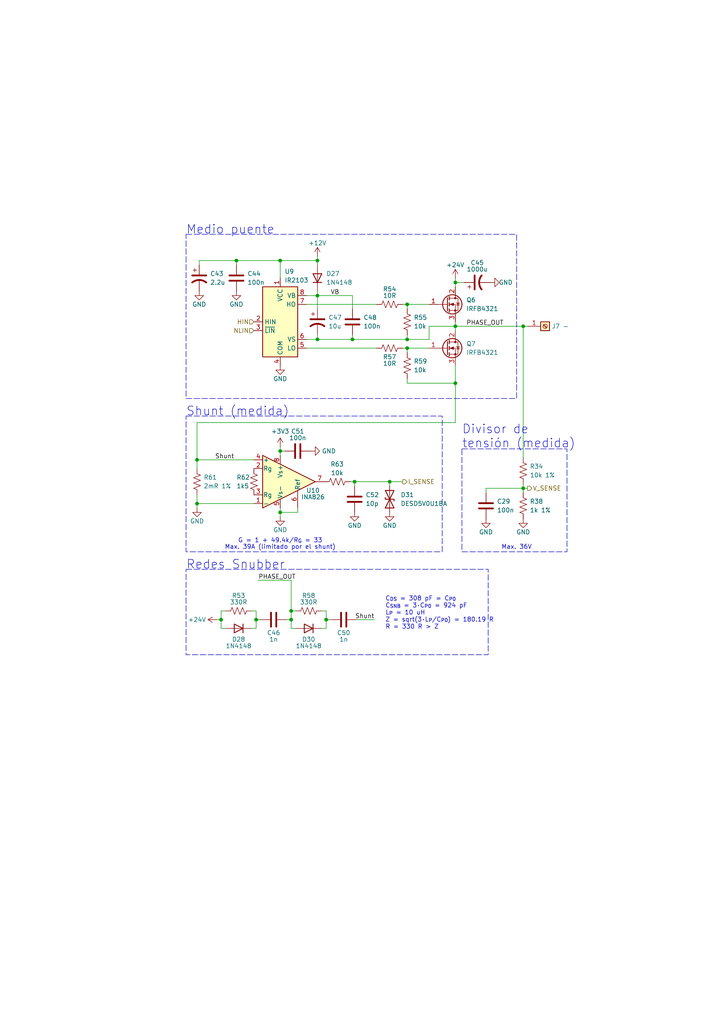
<source format=kicad_sch>
(kicad_sch (version 20250114) (generator "eeschema") (generator_version "9.0")
  (paper "A4" portrait)
  (title_block (title "Medio Puente") (date "2025-05-18") (rev "v1.0") (company "Adrián Teixeira de Uña") (comment 1 "https://github.com/AdriTeixeHax"))
  (lib_symbols
    (symbol "Amplifier_Instrumentation:INA849D" (pin_names (offset 0.127))
      (property "Reference" "U12" (at 9.525 -2.54 0))
      (property "Value" "INA826" (at 9.525 -4.445 0))
      (symbol "INA849D_0_1"
        (polyline (pts (xy -5.08 7.62) (xy -5.08 -7.62) (xy 10.16 0) (xy -5.08 7.62)) (stroke (width 0.254)) (fill (type background)))
      )
      (symbol "INA849D_1_1"
        (pin input line (at -7.62 6.35 0) (length 2.54) (name "+") (number "4"))
        (pin passive line (at -7.62 3.81 0) (length 2.54) (name "Rg") (number "2"))
        (pin passive line (at -7.62 -3.81 0) (length 2.54) (name "Rg") (number "3"))
        (pin input line (at -7.62 -6.35 0) (length 2.54) (name "-") (number "1"))
        (pin power_in line (at 0 7.62 270) (length 2.54) (name "Vs+") (number "8"))
        (pin power_in line (at 0 -7.62 90) (length 2.54) (name "Vs-") (number "5"))
        (pin passive line (at 5.08 -7.62 90) (length 5.08) (name "Ref") (number "6"))
        (pin output line (at 12.7 0 180) (length 2.54) (name "~") (number "7"))
      )
    )
    (symbol "Connector:Screw_Terminal_01x01" (pin_names (offset 1.016) (hide yes))
      (property "Reference" "J" (at 0 2.54 0))
      (property "Value" "Screw_Terminal_01x01" (at 0 -2.54 0))
      (symbol "Screw_Terminal_01x01_1_1"
        (rectangle (start -1.27 1.27) (end 1.27 -1.27) (stroke (width 0.254)) (fill (type background)))
        (polyline (pts (xy -0.5334 0.3302) (xy 0.3302 -0.508)) (stroke (width 0.1524)))
        (polyline (pts (xy -0.3556 0.508) (xy 0.508 -0.3302)) (stroke (width 0.1524)))
        (circle (center 0 0) (radius 0.635) (stroke (width 0.1524)))
        (pin passive line (at -5.08 0 0) (length 3.81) (name "Pin_1") (number "1"))
      )
    )
    (symbol "Device:C" (pin_numbers (hide yes)) (pin_names (offset 0.254))
      (property "Reference" "C" (at 0.635 2.54 0))
      (property "Value" "C" (at 0.635 -2.54 0))
      (symbol "C_0_1"
        (polyline (pts (xy -2.032 0.762) (xy 2.032 0.762)) (stroke (width 0.508)))
        (polyline (pts (xy -2.032 -0.762) (xy 2.032 -0.762)) (stroke (width 0.508)))
      )
      (symbol "C_1_1"
        (pin passive line (at 0 3.81 270) (length 2.794) (name "~") (number "1"))
        (pin passive line (at 0 -3.81 90) (length 2.794) (name "~") (number "2"))
      )
    )
    (symbol "Device:C_Polarized_US" (pin_numbers (hide yes)) (pin_names (offset 0.254) (hide yes))
      (property "Reference" "C" (at 0.635 2.54 0))
      (property "Value" "C_Polarized_US" (at 0.635 -2.54 0))
      (symbol "C_Polarized_US_0_1"
        (polyline (pts (xy -2.032 0.762) (xy 2.032 0.762)) (stroke (width 0.508)))
        (polyline (pts (xy -1.778 2.286) (xy -0.762 2.286)))
        (polyline (pts (xy -1.27 1.778) (xy -1.27 2.794)))
        (arc (start -2.032 -1.27) (mid 0 -0.5572) (end 2.032 -1.27) (stroke (width 0.508)))
      )
      (symbol "C_Polarized_US_1_1"
        (pin passive line (at 0 3.81 270) (length 2.794) (name "~") (number "1"))
        (pin passive line (at 0 -3.81 90) (length 3.302) (name "~") (number "2"))
      )
    )
    (symbol "Device:D" (pin_numbers (hide yes)) (pin_names (offset 1.016) (hide yes))
      (property "Reference" "D" (at 0 2.54 0))
      (property "Value" "D" (at 0 -2.54 0))
      (symbol "D_0_1"
        (polyline (pts (xy -1.27 1.27) (xy -1.27 -1.27)) (stroke (width 0.254)))
        (polyline (pts (xy 1.27 1.27) (xy 1.27 -1.27) (xy -1.27 0) (xy 1.27 1.27)) (stroke (width 0.254)))
        (polyline (pts (xy 1.27 0) (xy -1.27 0)))
      )
      (symbol "D_1_1"
        (pin passive line (at -3.81 0 0) (length 2.54) (name "K") (number "1"))
        (pin passive line (at 3.81 0 180) (length 2.54) (name "A") (number "2"))
      )
    )
    (symbol "Device:D_TVS" (pin_numbers (hide yes)) (pin_names (offset 1.016) (hide yes))
      (property "Reference" "D" (at 0 2.54 0))
      (property "Value" "D_TVS" (at 0 -2.54 0))
      (symbol "D_TVS_0_1"
        (polyline (pts (xy -2.54 1.27) (xy -2.54 -1.27) (xy 2.54 1.27) (xy 2.54 -1.27) (xy -2.54 1.27)) (stroke (width 0.254)))
        (polyline (pts (xy 0.508 1.27) (xy 0 1.27) (xy 0 -1.27) (xy -0.508 -1.27)) (stroke (width 0.254)))
        (polyline (pts (xy 1.27 0) (xy -1.27 0)))
      )
      (symbol "D_TVS_1_1"
        (pin passive line (at -3.81 0 0) (length 2.54) (name "A1") (number "1"))
        (pin passive line (at 3.81 0 180) (length 2.54) (name "A2") (number "2"))
      )
    )
    (symbol "Device:Q_NMOS_GDS" (pin_names (offset 0) (hide yes))
      (property "Reference" "Q" (at 5.08 1.27 0))
      (property "Value" "Q_NMOS_GDS" (at 5.08 -1.27 0))
      (symbol "Q_NMOS_GDS_0_1"
        (polyline (pts (xy 0.254 1.905) (xy 0.254 -1.905)) (stroke (width 0.254)))
        (polyline (pts (xy 0.254 0) (xy -2.54 0)))
        (polyline (pts (xy 0.762 2.286) (xy 0.762 1.27)) (stroke (width 0.254)))
        (polyline (pts (xy 0.762 0.508) (xy 0.762 -0.508)) (stroke (width 0.254)))
        (polyline (pts (xy 0.762 -1.27) (xy 0.762 -2.286)) (stroke (width 0.254)))
        (polyline (pts (xy 0.762 -1.778) (xy 3.302 -1.778) (xy 3.302 1.778) (xy 0.762 1.778)))
        (polyline (pts (xy 1.016 0) (xy 2.032 0.381) (xy 2.032 -0.381) (xy 1.016 0)) (fill (type outline)))
        (circle (center 1.651 0) (radius 2.794) (stroke (width 0.254)))
        (polyline (pts (xy 2.54 2.54) (xy 2.54 1.778)))
        (circle (center 2.54 1.778) (radius 0.254) (fill (type outline)))
        (circle (center 2.54 -1.778) (radius 0.254) (fill (type outline)))
        (polyline (pts (xy 2.54 -2.54) (xy 2.54 0) (xy 0.762 0)))
        (polyline (pts (xy 2.794 0.508) (xy 2.921 0.381) (xy 3.683 0.381) (xy 3.81 0.254)))
        (polyline (pts (xy 3.302 0.381) (xy 2.921 -0.254) (xy 3.683 -0.254) (xy 3.302 0.381)))
      )
      (symbol "Q_NMOS_GDS_1_1"
        (pin input line (at -5.08 0 0) (length 2.54) (name "G") (number "1"))
        (pin passive line (at 2.54 5.08 270) (length 2.54) (name "D") (number "2"))
        (pin passive line (at 2.54 -5.08 90) (length 2.54) (name "S") (number "3"))
      )
    )
    (symbol "Device:R_US" (pin_numbers (hide yes)) (pin_names (offset 0))
      (property "Reference" "R" (at 2.54 0 90))
      (property "Value" "R_US" (at -2.54 0 90))
      (symbol "R_US_0_1"
        (polyline (pts (xy 0 2.286) (xy 0 2.54)))
        (polyline (pts (xy 0 2.286) (xy 1.016 1.905) (xy 0 1.524) (xy -1.016 1.143) (xy 0 0.762)))
        (polyline (pts (xy 0 0.762) (xy 1.016 0.381) (xy 0 0) (xy -1.016 -0.381) (xy 0 -0.762)))
        (polyline (pts (xy 0 -0.762) (xy 1.016 -1.143) (xy 0 -1.524) (xy -1.016 -1.905) (xy 0 -2.286)))
        (polyline (pts (xy 0 -2.286) (xy 0 -2.54)))
      )
      (symbol "R_US_1_1"
        (pin passive line (at 0 3.81 270) (length 1.27) (name "~") (number "1"))
        (pin passive line (at 0 -3.81 90) (length 1.27) (name "~") (number "2"))
      )
    )
    (symbol "Driver_FET:IR2103"
      (property "Reference" "U" (at 1.27 13.335 0))
      (property "Value" "IR2103" (at 1.27 11.43 0))
      (symbol "IR2103_0_1"
        (rectangle (start -5.08 -10.16) (end 5.08 10.16) (stroke (width 0.254)) (fill (type background)))
      )
      (symbol "IR2103_1_1"
        (pin input line (at -7.62 0 0) (length 2.54) (name "HIN") (number "2"))
        (pin input line (at -7.62 -2.54 0) (length 2.54) (name "~{LIN}") (number "3"))
        (pin power_in line (at 0 12.7 270) (length 2.54) (name "VCC") (number "1"))
        (pin power_in line (at 0 -12.7 90) (length 2.54) (name "COM") (number "4"))
        (pin passive line (at 7.62 7.62 180) (length 2.54) (name "VB") (number "8"))
        (pin output line (at 7.62 5.08 180) (length 2.54) (name "HO") (number "7"))
        (pin passive line (at 7.62 -5.08 180) (length 2.54) (name "VS") (number "6"))
        (pin output line (at 7.62 -7.62 180) (length 2.54) (name "LO") (number "5"))
      )
    )
    (symbol "power:+12V" (power) (pin_numbers (hide yes)) (pin_names (offset 0) (hide yes))
      (property "Value" "+12V" (at 0 3.556 0))
      (symbol "+12V_0_1"
        (polyline (pts (xy -0.762 1.27) (xy 0 2.54)))
        (polyline (pts (xy 0 2.54) (xy 0.762 1.27)))
        (polyline (pts (xy 0 0) (xy 0 2.54)))
      )
      (symbol "+12V_1_1"
        (pin power_in line (at 0 0 90) (length 0) (name "~") (number "1"))
      )
    )
    (symbol "power:+24V" (power) (pin_numbers (hide yes)) (pin_names (offset 0) (hide yes))
      (property "Value" "+24V" (at 0 3.556 0))
      (symbol "+24V_0_1"
        (polyline (pts (xy -0.762 1.27) (xy 0 2.54)))
        (polyline (pts (xy 0 2.54) (xy 0.762 1.27)))
        (polyline (pts (xy 0 0) (xy 0 2.54)))
      )
      (symbol "+24V_1_1"
        (pin power_in line (at 0 0 90) (length 0) (name "~") (number "1"))
      )
    )
    (symbol "power:+3V3" (power) (pin_numbers (hide yes)) (pin_names (offset 0) (hide yes))
      (property "Value" "+3V3" (at 0 3.556 0))
      (symbol "+3V3_0_1"
        (polyline (pts (xy -0.762 1.27) (xy 0 2.54)))
        (polyline (pts (xy 0 2.54) (xy 0.762 1.27)))
        (polyline (pts (xy 0 0) (xy 0 2.54)))
      )
      (symbol "+3V3_1_1"
        (pin power_in line (at 0 0 90) (length 0) (name "~") (number "1"))
      )
    )
    (symbol "power:GND" (power) (pin_names (offset 0))
      (property "Value" "GND" (at 0 -3.81 0))
      (symbol "GND_0_1"
        (polyline (pts (xy 0 0) (xy 0 -1.27) (xy 1.27 -1.27) (xy 0 -2.54) (xy -1.27 -1.27) (xy 0 -1.27)))
      )
      (symbol "GND_1_1"
        (pin power_in line (at 0 0 270) (length 0) (hide yes) (name "GND") (number "1"))
      )
    )
  )
  (rectangle (start 53.975 120.65) (end 128.27 160.02) (stroke (width 0) (type dash)))
  (rectangle (start 53.975 67.945) (end 149.86 115.57) (stroke (width 0) (type dash)))
  (rectangle (start 53.975 165.1) (end 141.605 189.865) (stroke (width 0) (type dash)))
  (rectangle (start 133.985 130.175) (end 164.465 160.02) (stroke (width 0) (type dash)))
  (text "Max. 39A (limitado por el shunt)" (at 81.28 158.75 0) (effects (font (size 1.27 1.27))))
  (text "Medio puente" (at 53.975 66.675 0) (effects (font (size 2.54 2.54)) (justify left)))
  (text "C_{DS} = 308 pF = C_{P0}\nC_{SNB} = 3·C_{P0} = 924 pF\nL_{P} = 10 uH\nZ = sqrt(3·L_{P}/C_{P0}) = 180.19 R\nR = 330 R > Z" (at 111.76 177.8 0) (effects (font (size 1.27 1.27)) (justify left)))
  (text "Divisor de\ntensión (medida)" (at 133.985 130.175 0) (effects (font (size 2.54 2.54)) (justify left bottom)))
  (text "Max. 36V" (at 149.86 158.75 0) (effects (font (size 1.27 1.27))))
  (text "Redes Snubber" (at 53.975 163.83 0) (effects (font (size 2.54 2.54)) (justify left)))
  (text "Shunt (medida)" (at 53.975 119.38 0) (effects (font (size 2.54 2.54)) (justify left)))
  (text "G = 1 + 49.4k/R_{G} = 33" (at 81.28 156.845 0) (effects (font (size 1.27 1.27))))
  (junction (at 151.765 141.605))
  (junction (at 57.15 146.05))
  (junction (at 84.455 177.165))
  (junction (at 74.295 179.705))
  (junction (at 132.08 94.615))
  (junction (at 151.765 94.615))
  (junction (at 102.235 98.425))
  (junction (at 102.87 139.7))
  (junction (at 68.58 75.565))
  (junction (at 118.11 88.265))
  (junction (at 113.03 139.7))
  (junction (at 118.11 98.425))
  (junction (at 92.075 98.425))
  (junction (at 132.08 111.125))
  (junction (at 64.135 179.705))
  (junction (at 94.615 179.705))
  (junction (at 81.28 75.565))
  (junction (at 84.455 179.705))
  (junction (at 92.075 75.565))
  (junction (at 92.075 85.725))
  (junction (at 132.08 81.915))
  (junction (at 57.15 133.35))
  (junction (at 81.28 148.59))
  (junction (at 81.28 130.81))
  (junction (at 118.11 100.965))
  (wire (pts (xy 132.08 122.555) (xy 132.08 111.125)))
  (wire (pts (xy 151.765 141.605) (xy 153.035 141.605)))
  (wire (pts (xy 151.765 141.605) (xy 140.97 141.605)))
  (wire (pts (xy 118.11 100.965) (xy 118.11 102.235)))
  (wire (pts (xy 81.28 129.54) (xy 81.28 130.81)))
  (wire (pts (xy 118.11 88.265) (xy 118.11 89.535)))
  (wire (pts (xy 94.615 179.705) (xy 95.885 179.705)))
  (wire (pts (xy 62.865 179.705) (xy 64.135 179.705)))
  (wire (pts (xy 132.08 80.645) (xy 132.08 81.915)))
  (wire (pts (xy 102.235 98.425) (xy 118.11 98.425)))
  (wire (pts (xy 74.295 179.705) (xy 75.565 179.705)))
  (wire (pts (xy 64.135 182.245) (xy 65.405 182.245)))
  (wire (pts (xy 81.28 148.59) (xy 81.28 149.86)))
  (wire (pts (xy 118.11 109.855) (xy 118.11 111.125)))
  (wire (pts (xy 118.11 97.155) (xy 118.11 98.425)))
  (wire (pts (xy 94.615 177.165) (xy 94.615 179.705)))
  (wire (pts (xy 94.615 177.165) (xy 93.345 177.165)))
  (wire (pts (xy 94.615 179.705) (xy 94.615 182.245)))
  (wire (pts (xy 132.08 94.615) (xy 124.46 94.615)))
  (wire (pts (xy 88.9 100.965) (xy 109.22 100.965)))
  (wire (pts (xy 81.28 75.565) (xy 68.58 75.565)))
  (wire (pts (xy 118.11 88.265) (xy 124.46 88.265)))
  (wire (pts (xy 86.36 148.59) (xy 81.28 148.59)))
  (wire (pts (xy 92.075 89.535) (xy 92.075 85.725)))
  (wire (pts (xy 102.235 97.155) (xy 102.235 98.425)))
  (wire (pts (xy 88.9 85.725) (xy 92.075 85.725)))
  (wire (pts (xy 92.075 98.425) (xy 92.075 97.155)))
  (wire (pts (xy 151.765 140.335) (xy 151.765 141.605)))
  (wire (pts (xy 102.87 139.7) (xy 102.87 140.97)))
  (wire (pts (xy 88.9 98.425) (xy 92.075 98.425)))
  (wire (pts (xy 64.135 177.165) (xy 64.135 179.705)))
  (wire (pts (xy 57.15 133.35) (xy 57.15 122.555)))
  (wire (pts (xy 74.295 177.165) (xy 74.295 179.705)))
  (wire (pts (xy 65.405 177.165) (xy 64.135 177.165)))
  (wire (pts (xy 81.28 75.565) (xy 81.28 80.645)))
  (wire (pts (xy 92.075 75.565) (xy 81.28 75.565)))
  (wire (pts (xy 84.455 168.275) (xy 84.455 177.165)))
  (wire (pts (xy 92.075 74.295) (xy 92.075 75.565)))
  (wire (pts (xy 84.455 177.165) (xy 84.455 179.705)))
  (wire (pts (xy 124.46 94.615) (xy 124.46 98.425)))
  (wire (pts (xy 84.455 179.705) (xy 84.455 182.245)))
  (wire (pts (xy 151.765 141.605) (xy 151.765 142.875)))
  (wire (pts (xy 92.075 98.425) (xy 102.235 98.425)))
  (wire (pts (xy 102.87 139.7) (xy 113.03 139.7)))
  (wire (pts (xy 113.03 139.7) (xy 116.84 139.7)))
  (wire (pts (xy 86.36 147.32) (xy 86.36 148.59)))
  (wire (pts (xy 68.58 75.565) (xy 68.58 76.835)))
  (wire (pts (xy 82.55 130.81) (xy 81.28 130.81)))
  (wire (pts (xy 118.11 98.425) (xy 124.46 98.425)))
  (wire (pts (xy 151.765 94.615) (xy 153.035 94.615)))
  (wire (pts (xy 73.025 177.165) (xy 74.295 177.165)))
  (wire (pts (xy 132.08 81.915) (xy 132.08 83.185)))
  (wire (pts (xy 132.08 94.615) (xy 151.765 94.615)))
  (wire (pts (xy 92.075 85.725) (xy 102.235 85.725)))
  (wire (pts (xy 57.785 76.835) (xy 57.785 75.565)))
  (wire (pts (xy 140.97 141.605) (xy 140.97 142.875)))
  (wire (pts (xy 118.11 111.125) (xy 132.08 111.125)))
  (wire (pts (xy 84.455 177.165) (xy 85.725 177.165)))
  (wire (pts (xy 74.295 179.705) (xy 74.295 182.245)))
  (wire (pts (xy 57.15 147.32) (xy 57.15 146.05)))
  (wire (pts (xy 57.15 133.35) (xy 57.15 135.89)))
  (wire (pts (xy 102.235 89.535) (xy 102.235 85.725)))
  (wire (pts (xy 118.11 100.965) (xy 124.46 100.965)))
  (wire (pts (xy 116.84 100.965) (xy 118.11 100.965)))
  (wire (pts (xy 93.345 182.245) (xy 94.615 182.245)))
  (wire (pts (xy 132.08 81.915) (xy 134.62 81.915)))
  (wire (pts (xy 83.185 179.705) (xy 84.455 179.705)))
  (wire (pts (xy 81.28 130.81) (xy 81.28 132.08)))
  (wire (pts (xy 57.15 146.05) (xy 73.66 146.05)))
  (wire (pts (xy 73.025 182.245) (xy 74.295 182.245)))
  (wire (pts (xy 88.9 88.265) (xy 109.22 88.265)))
  (wire (pts (xy 57.15 122.555) (xy 132.08 122.555)))
  (wire (pts (xy 64.135 179.705) (xy 64.135 182.245)))
  (wire (pts (xy 92.075 76.835) (xy 92.075 75.565)))
  (wire (pts (xy 113.03 139.7) (xy 113.03 140.97)))
  (wire (pts (xy 57.785 75.565) (xy 68.58 75.565)))
  (wire (pts (xy 84.455 168.275) (xy 74.93 168.275)))
  (wire (pts (xy 132.08 94.615) (xy 132.08 95.885)))
  (wire (pts (xy 84.455 182.245) (xy 85.725 182.245)))
  (wire (pts (xy 132.08 111.125) (xy 132.08 106.045)))
  (wire (pts (xy 132.08 93.345) (xy 132.08 94.615)))
  (wire (pts (xy 92.075 84.455) (xy 92.075 85.725)))
  (wire (pts (xy 116.84 88.265) (xy 118.11 88.265)))
  (wire (pts (xy 101.6 139.7) (xy 102.87 139.7)))
  (wire (pts (xy 57.15 133.35) (xy 73.66 133.35)))
  (wire (pts (xy 81.28 147.32) (xy 81.28 148.59)))
  (wire (pts (xy 103.505 179.705) (xy 108.585 179.705)))
  (wire (pts (xy 57.15 143.51) (xy 57.15 146.05)))
  (wire (pts (xy 151.765 94.615) (xy 151.765 132.715)))
  (label "PHASE_OUT" (at 74.93 168.275 0))
  (label "Shunt" (at 67.945 133.35 180))
  (label "VB" (at 95.885 85.725 0))
  (label "PHASE_OUT" (at 135.255 94.615 0))
  (label "Shunt" (at 108.585 179.705 180))
  (hierarchical_label "V_SENSE" (shape output) (at 153.035 141.605 0))
  (hierarchical_label "I_SENSE" (shape output) (at 116.84 139.7 0))
  (hierarchical_label "NLIN" (shape input) (at 73.66 95.885 180))
  (hierarchical_label "HIN" (shape input) (at 73.66 93.345 180))
  (symbol (lib_id "power:GND") (at 68.58 84.455 0) (unit 1)
    (property "Reference" "#PWR093" (effects (hide yes)))
    (property "Value" "GND" (at 68.58 88.265 0))
    (instances (project "ESC-TFG-KiCad" (path "" (reference "#PWR0125") (unit 1)) (path "" (reference "#PWR093") (unit 1)) (path "" (reference "#PWR0109") (unit 1))))
  )
  (symbol (lib_id "power:GND") (at 140.97 150.495 0) (mirror y) (unit 1)
    (property "Reference" "#PWR097" (effects (hide yes)))
    (property "Value" "GND" (at 140.97 154.305 0))
  )
  (symbol (lib_id "Device:C_Polarized_US") (at 57.785 80.645 0) (unit 1)
    (property "Reference" "C23" (at 60.96 79.375 0) (effects (justify left)))
    (property "Value" "2.2u" (at 60.96 81.915 0) (effects (justify left)))
    (property "Footprint" "Capacitor_SMD:CP_Elec_4x5.4" (effects (hide yes)))
    (property "Datasheet" "https://www.lcsc.com/datasheet/lcsc_datasheet_2410121458_ROQANG-RVT1H2R2M0405_C72493.pdf" (effects (hide yes)))
    (property "Sim.Device" "C" (effects (hide yes)))
    (property "Sim.Pins" "1=+ 2=-" (effects (hide yes)))
    (property "LCSC part" " C72493" (effects (hide yes)))
    (instances (project "ESC-TFG-KiCad" (path "" (reference "C43") (unit 1)) (path "" (reference "C23") (unit 1)) (path "" (reference "C33") (unit 1))))
  )
  (symbol (lib_id "Device:R_US") (at 113.03 100.965 270) (unit 1)
    (property "Reference" "R35" (at 113.03 103.505 90))
    (property "Value" "10R" (at 113.03 105.41 90))
    (property "Footprint" "Resistor_SMD:R_0805_2012Metric" (effects (hide yes)))
    (property "Datasheet" "https://www.lcsc.com/datasheet/lcsc_datasheet_2206021200_VO-SCR0805F10R_C3016584.pdf" (effects (hide yes)))
    (property "LCSC part" "C3016584" (effects (hide yes)))
    (instances (project "ESC-TFG-KiCad" (path "" (reference "R57") (unit 1)) (path "" (reference "R35") (unit 1)) (path "" (reference "R46") (unit 1))))
  )
  (symbol (lib_id "power:+3V3") (at 81.28 129.54 0) (unit 1)
    (property "Reference" "#PWR098" (effects (hide yes)))
    (property "Value" "+3V3" (at 81.28 125.095 0))
    (property "Description" "Power symbol creates a global label with name \"+3V3\"" (effects (hide yes)))
    (instances (project "ESC-TFG-KiCad" (path "" (reference "#PWR0130") (unit 1)) (path "" (reference "#PWR098") (unit 1)) (path "" (reference "#PWR0114") (unit 1))))
  )
  (symbol (lib_id "Amplifier_Instrumentation:INA849D") (at 81.28 139.7 0) (unit 1)
    (property "Reference" "U6" (at 90.805 142.24 0))
    (property "Value" "INA826" (at 90.805 144.145 0))
    (property "Footprint" "Package_SO:SOIC-8_3.9x4.9mm_P1.27mm" (effects (hide yes)))
    (property "Datasheet" "https://www.ti.com/mx/lit/gpn/ina826" (effects (hide yes)))
    (property "LCSC part" " C51631" (effects (hide yes)))
    (instances (project "ESC-TFG-KiCad" (path "" (reference "U10") (unit 1)) (path "" (reference "U6") (unit 1)) (path "" (reference "U8") (unit 1))))
  )
  (symbol (lib_id "power:+24V") (at 132.08 80.645 0) (unit 1)
    (property "Reference" "#PWR090" (effects (hide yes)))
    (property "Value" "+24V" (at 132.08 76.835 0))
    (property "Description" "Power symbol creates a global label with name \"+24V\"" (effects (hide yes)))
    (instances (project "ESC-TFG-KiCad" (path "" (reference "#PWR0122") (unit 1)) (path "" (reference "#PWR090") (unit 1)) (path "" (reference "#PWR0106") (unit 1))))
  )
  (symbol (lib_id "Device:Q_NMOS_GDS") (at 129.54 88.265 0) (unit 1)
    (property "Reference" "Q2" (at 135.255 86.995 0) (effects (justify left)))
    (property "Value" "IRFB4321" (at 135.255 89.535 0) (effects (justify left)))
    (property "Footprint" "Package_TO_SOT_THT:TO-220-3_Vertical" (effects (hide yes)))
    (property "Datasheet" "https://www.infineon.com/dgdl/Infineon-IRFB4321-DataSheet-v01_01-EN.pdf?fileId=5546d462533600a4015356162af41e33" (effects (hide yes)))
    (property "Description" "N-MOSFET transistor, gate/drain/source" (effects (hide yes)))
    (property "LCSC part" " C2656" (effects (hide yes)))
    (instances (project "ESC-TFG-KiCad" (path "" (reference "Q6") (unit 1)) (path "" (reference "Q2") (unit 1)) (path "" (reference "Q4") (unit 1))))
  )
  (symbol (lib_id "Device:C") (at 99.695 179.705 90) (unit 1)
    (property "Reference" "C30" (at 99.695 183.515 90))
    (property "Value" "1n" (at 99.695 185.42 90))
    (property "Footprint" "Capacitor_SMD:C_0603_1608Metric" (effects (hide yes)))
    (property "Datasheet" "https://www.lcsc.com/datasheet/lcsc_datasheet_2304140030_YAGEO-CC0603KRX7R9BB152_C96090.pdf" (effects (hide yes)))
    (property "LCSC part" " C96090" (effects (hide yes)))
    (instances (project "ESC-TFG-KiCad" (path "" (reference "C50") (unit 1)) (path "" (reference "C30") (unit 1)) (path "" (reference "C40") (unit 1))))
  )
  (symbol (lib_id "Device:D") (at 92.075 80.645 90) (unit 1)
    (property "Reference" "D17" (at 94.615 79.3749 90) (effects (justify right)))
    (property "Value" "1N4148" (at 94.615 81.9149 90) (effects (justify right)))
    (property "Footprint" "Diode_SMD:D_SOD-123" (effects (hide yes)))
    (property "Datasheet" "https://www.lcsc.com/datasheet/lcsc_datasheet_2412251151_Diodes-Incorporated-1N4148W-7-F_C83528.pdf" (effects (hide yes)))
    (property "Sim.Device" "SUBCKT" (effects (hide yes)))
    (property "Sim.Pins" "1=1 2=2" (effects (hide yes)))
    (property "Sim.Library" "D:\\dev\\RTSpeed\\simulation\\models\\1N4148.lib" (effects (hide yes)))
    (property "Sim.Name" "1N4148" (effects (hide yes)))
    (property "LCSC part" " C83528" (effects (hide yes)))
    (instances (project "ESC-TFG-KiCad" (path "" (reference "D27") (unit 1)) (path "" (reference "D17") (unit 1)) (path "" (reference "D22") (unit 1))))
  )
  (symbol (lib_id "power:GND") (at 57.785 84.455 0) (unit 1)
    (property "Reference" "#PWR092" (effects (hide yes)))
    (property "Value" "GND" (at 57.785 88.265 0))
    (instances (project "ESC-TFG-KiCad" (path "" (reference "#PWR0124") (unit 1)) (path "" (reference "#PWR092") (unit 1)) (path "" (reference "#PWR0108") (unit 1))))
  )
  (symbol (lib_id "Device:Q_NMOS_GDS") (at 129.54 100.965 0) (unit 1)
    (property "Reference" "Q3" (at 135.255 99.695 0) (effects (justify left)))
    (property "Value" "IRFB4321" (at 135.255 102.235 0) (effects (justify left)))
    (property "Footprint" "Package_TO_SOT_THT:TO-220-3_Vertical" (effects (hide yes)))
    (property "Datasheet" "https://www.infineon.com/dgdl/Infineon-IRFB4321-DataSheet-v01_01-EN.pdf?fileId=5546d462533600a4015356162af41e33" (effects (hide yes)))
    (property "Description" "N-MOSFET transistor, gate/drain/source" (effects (hide yes)))
    (property "LCSC part" " C2656" (effects (hide yes)))
    (instances (project "ESC-TFG-KiCad" (path "" (reference "Q7") (unit 1)) (path "" (reference "Q3") (unit 1)) (path "" (reference "Q5") (unit 1))))
  )
  (symbol (lib_id "Device:R_US") (at 118.11 93.345 180) (unit 1)
    (property "Reference" "R33" (at 120.015 92.075 0) (effects (justify right)))
    (property "Value" "10k" (at 120.015 94.615 0) (effects (justify right)))
    (property "Footprint" "Resistor_SMD:R_0603_1608Metric" (effects (hide yes)))
    (property "Datasheet" "https://www.lcsc.com/datasheet/lcsc_datasheet_2410121258_LIZ-Elec-CR0603FA1002G_C126901.pdf" (effects (hide yes)))
    (property "LCSC part" " C126901" (effects (hide yes)))
    (instances (project "ESC-TFG-KiCad" (path "" (reference "R55") (unit 1)) (path "" (reference "R33") (unit 1)) (path "" (reference "R44") (unit 1))))
  )
  (symbol (lib_id "power:GND") (at 57.15 147.32 0) (unit 1)
    (property "Reference" "#PWR0100" (effects (hide yes)))
    (property "Value" "GND" (at 57.15 151.13 0))
    (instances (project "ESC-TFG-KiCad" (path "" (reference "#PWR0132") (unit 1)) (path "" (reference "#PWR0100") (unit 1)) (path "" (reference "#PWR0116") (unit 1))))
  )
  (symbol (lib_id "Device:R_US") (at 151.765 146.685 180) (unit 1)
    (property "Reference" "R38" (at 153.67 145.415 0) (effects (justify right)))
    (property "Value" "1k 1%" (at 153.67 147.955 0) (effects (justify right)))
    (property "Footprint" "Resistor_SMD:R_0603_1608Metric" (effects (hide yes)))
    (property "Datasheet" "https://www.lcsc.com/datasheet/lcsc_datasheet_2304140030_RALEC-RTT031001FTP_C103198.pdf" (effects (hide yes)))
    (property "Sim.Device" "R" (effects (hide yes)))
    (property "Sim.Pins" "1=+ 2=-" (effects (hide yes)))
    (property "LCSC part" " C103198" (effects (hide yes)))
  )
  (symbol (lib_id "Device:R_US") (at 113.03 88.265 90) (unit 1)
    (property "Reference" "R32" (at 113.03 83.82 90))
    (property "Value" "10R" (at 113.03 85.725 90))
    (property "Footprint" "Resistor_SMD:R_0805_2012Metric" (effects (hide yes)))
    (property "Datasheet" "https://www.lcsc.com/datasheet/lcsc_datasheet_2206021200_VO-SCR0805F10R_C3016584.pdf" (effects (hide yes)))
    (property "Sim.Device" "R" (effects (hide yes)))
    (property "Sim.Pins" "1=+ 2=-" (effects (hide yes)))
    (property "LCSC part" "C3016584" (effects (hide yes)))
    (instances (project "ESC-TFG-KiCad" (path "" (reference "R54") (unit 1)) (path "" (reference "R32") (unit 1)) (path "" (reference "R43") (unit 1))))
  )
  (symbol (lib_id "Device:C") (at 68.58 80.645 0) (unit 1)
    (property "Reference" "C24" (at 71.755 79.375 0) (effects (justify left)))
    (property "Value" "100n" (at 71.755 81.915 0) (effects (justify left)))
    (property "Footprint" "Capacitor_SMD:C_0603_1608Metric" (effects (hide yes)))
    (property "Datasheet" "https://www.lcsc.com/datasheet/lcsc_datasheet_2208181800_FOJAN-FCC0603B104K500CT_C5137636.pdf" (effects (hide yes)))
    (property "LCSC part" " C5137636" (effects (hide yes)))
    (instances (project "ESC-TFG-KiCad" (path "" (reference "C44") (unit 1)) (path "" (reference "C24") (unit 1)) (path "" (reference "C34") (unit 1))))
  )
  (symbol (lib_id "Device:R_US") (at 57.15 139.7 0) (unit 1)
    (property "Reference" "R39" (at 59.055 138.43 0) (effects (justify left)))
    (property "Value" "2mR 1%" (at 59.055 140.97 0) (effects (justify left)))
    (property "Footprint" "Resistor_SMD:R_2512_6332Metric" (effects (hide yes)))
    (property "Datasheet" "https://lcsc.com/datasheet/lcsc_datasheet_2204121445_Milliohm-HoLLR2512-3W-2mR-1-_C2994640.pdf" (effects (hide yes)))
    (property "Description" "HoLLR2512-3W-2mR-1%" (effects (hide yes)))
    (property "LCSC part" "C2994640" (effects (hide yes)))
    (instances (project "ESC-TFG-KiCad" (path "" (reference "R61") (unit 1)) (path "" (reference "R39") (unit 1)) (path "" (reference "R50") (unit 1))))
  )
  (symbol (lib_id "Device:D") (at 89.535 182.245 180) (unit 1)
    (property "Reference" "D20" (at 89.535 185.42 0))
    (property "Value" "1N4148" (at 89.535 187.325 0))
    (property "Footprint" "Diode_SMD:D_SOD-123" (effects (hide yes)))
    (property "Datasheet" "https://www.lcsc.com/datasheet/lcsc_datasheet_2412251151_Diodes-Incorporated-1N4148W-7-F_C83528.pdf" (effects (hide yes)))
    (property "Sim.Device" "SUBCKT" (effects (hide yes)))
    (property "Sim.Pins" "1=1 2=2" (effects (hide yes)))
    (property "Sim.Library" "D:\\dev\\RTSpeed\\simulation\\models\\1N4148.lib" (effects (hide yes)))
    (property "Sim.Name" "1N4148" (effects (hide yes)))
    (property "LCSC part" " C83528" (effects (hide yes)))
    (instances (project "ESC-TFG-KiCad" (path "" (reference "D30") (unit 1)) (path "" (reference "D20") (unit 1)) (path "" (reference "D25") (unit 1))))
  )
  (symbol (lib_id "Device:C_Polarized_US") (at 138.43 81.915 90) (unit 1)
    (property "Reference" "C25" (at 138.43 76.2 90))
    (property "Value" "1000u" (at 138.43 78.105 90))
    (property "Footprint" "Capacitor_THT:CP_Radial_D12.5mm_P5.00mm" (effects (hide yes)))
    (property "Datasheet" "https://www.lcsc.com/datasheet/lcsc_datasheet_2409272301_Rubycon-35YXJ1000M12-5X20_C88743.pdf" (effects (hide yes)))
    (property "Sim.Device" "C" (effects (hide yes)))
    (property "Sim.Pins" "1=+ 2=-" (effects (hide yes)))
    (property "LCSC part" " C88743" (effects (hide yes)))
    (instances (project "ESC-TFG-KiCad" (path "" (reference "C45") (unit 1)) (path "" (reference "C25") (unit 1)) (path "" (reference "C35") (unit 1))))
  )
  (symbol (lib_id "power:GND") (at 81.28 106.045 0) (unit 1)
    (property "Reference" "#PWR095" (effects (hide yes)))
    (property "Value" "GND" (at 81.28 109.855 0))
    (instances (project "ESC-TFG-KiCad" (path "" (reference "#PWR0127") (unit 1)) (path "" (reference "#PWR095") (unit 1)) (path "" (reference "#PWR0111") (unit 1))))
  )
  (symbol (lib_id "power:GND") (at 113.03 148.59 0) (unit 1)
    (property "Reference" "#PWR0102" (effects (hide yes)))
    (property "Value" "GND" (at 113.03 152.4 0))
    (instances (project "ESC-TFG-KiCad" (path "" (reference "#PWR0134") (unit 1)) (path "" (reference "#PWR0102") (unit 1)) (path "" (reference "#PWR0118") (unit 1))))
  )
  (symbol (lib_id "Device:R_US") (at 97.79 139.7 90) (unit 1)
    (property "Reference" "R41" (at 97.79 134.62 90))
    (property "Value" "10k" (at 97.79 137.16 90))
    (property "Footprint" "Resistor_SMD:R_0603_1608Metric" (effects (hide yes)))
    (property "Datasheet" "https://www.lcsc.com/datasheet/lcsc_datasheet_2410121258_LIZ-Elec-CR0603FA1002G_C126901.pdf" (effects (hide yes)))
    (property "Sim.Device" "R" (effects (hide yes)))
    (property "Sim.Pins" "1=+ 2=-" (effects (hide yes)))
    (property "LCSC part" " C126901" (effects (hide yes)))
    (instances (project "ESC-TFG-KiCad" (path "" (reference "R63") (unit 1)) (path "" (reference "R41") (unit 1)) (path "" (reference "R52") (unit 1))))
  )
  (symbol (lib_id "power:GND") (at 102.87 148.59 0) (unit 1)
    (property "Reference" "#PWR0101" (effects (hide yes)))
    (property "Value" "GND" (at 102.87 152.4 0))
    (instances (project "ESC-TFG-KiCad" (path "" (reference "#PWR0133") (unit 1)) (path "" (reference "#PWR0101") (unit 1)) (path "" (reference "#PWR0117") (unit 1))))
  )
  (symbol (lib_id "power:GND") (at 90.17 130.81 90) (unit 1)
    (property "Reference" "#PWR099" (effects (hide yes)))
    (property "Value" "GND" (at 93.345 130.81 90) (effects (justify right)))
    (instances (project "ESC-TFG-KiCad" (path "" (reference "#PWR0131") (unit 1)) (path "" (reference "#PWR099") (unit 1)) (path "" (reference "#PWR0115") (unit 1))))
  )
  (symbol (lib_id "Device:R_US") (at 73.66 139.7 0) (unit 1)
    (property "Reference" "R40" (at 68.58 138.43 0) (effects (justify left)))
    (property "Value" "1k5" (at 68.58 140.97 0) (effects (justify left)))
    (property "Footprint" "Resistor_SMD:R_0603_1608Metric" (effects (hide yes)))
    (property "Datasheet" "https://www.lcsc.com/datasheet/lcsc_datasheet_2206021245_VO-SCR0603F1K5_C3016293.pdf" (effects (hide yes)))
    (property "Description" "Resistor, US symbol" (effects (hide yes)))
    (property "LCSC part" " C3016293" (effects (hide yes)))
    (instances (project "ESC-TFG-KiCad" (path "" (reference "R62") (unit 1)) (path "" (reference "R40") (unit 1)) (path "" (reference "R51") (unit 1))))
  )
  (symbol (lib_id "Device:C") (at 86.36 130.81 90) (unit 1)
    (property "Reference" "C31" (at 86.36 125.095 90))
    (property "Value" "100n" (at 86.36 127 90))
    (property "Footprint" "Capacitor_SMD:C_0603_1608Metric" (effects (hide yes)))
    (property "Datasheet" "https://www.lcsc.com/datasheet/lcsc_datasheet_2208181800_FOJAN-FCC0603B104K500CT_C5137636.pdf" (effects (hide yes)))
    (property "LCSC part" " C5137636" (effects (hide yes)))
    (instances (project "ESC-TFG-KiCad" (path "" (reference "C51") (unit 1)) (path "" (reference "C31") (unit 1)) (path "" (reference "C41") (unit 1))))
  )
  (symbol (lib_id "Device:R_US") (at 151.765 136.525 180) (unit 1)
    (property "Reference" "R34" (at 153.67 135.255 0) (effects (justify right)))
    (property "Value" "10k 1%" (at 153.67 137.795 0) (effects (justify right)))
    (property "Footprint" "Resistor_SMD:R_0603_1608Metric" (effects (hide yes)))
    (property "Datasheet" "https://www.lcsc.com/datasheet/lcsc_datasheet_2410121258_LIZ-Elec-CR0603FA1002G_C126901.pdf" (effects (hide yes)))
    (property "Sim.Device" "R" (effects (hide yes)))
    (property "Sim.Pins" "1=+ 2=-" (effects (hide yes)))
    (property "LCSC part" " C126901" (effects (hide yes)))
  )
  (symbol (lib_id "power:GND") (at 151.765 150.495 0) (mirror y) (unit 1)
    (property "Reference" "#PWR096" (effects (hide yes)))
    (property "Value" "GND" (at 151.765 154.305 0))
  )
  (symbol (lib_id "Device:R_US") (at 118.11 106.045 180) (unit 1)
    (property "Reference" "R37" (at 120.015 104.775 0) (effects (justify right)))
    (property "Value" "10k" (at 120.015 107.315 0) (effects (justify right)))
    (property "Footprint" "Resistor_SMD:R_0603_1608Metric" (effects (hide yes)))
    (property "Datasheet" "https://www.lcsc.com/datasheet/lcsc_datasheet_2410121258_LIZ-Elec-CR0603FA1002G_C126901.pdf" (effects (hide yes)))
    (property "LCSC part" " C126901" (effects (hide yes)))
    (instances (project "ESC-TFG-KiCad" (path "" (reference "R59") (unit 1)) (path "" (reference "R37") (unit 1)) (path "" (reference "R48") (unit 1))))
  )
  (symbol (lib_id "power:GND") (at 142.24 81.915 90) (unit 1)
    (property "Reference" "#PWR091" (effects (hide yes)))
    (property "Value" "GND" (at 146.685 81.915 90))
    (instances (project "ESC-TFG-KiCad" (path "" (reference "#PWR0123") (unit 1)) (path "" (reference "#PWR091") (unit 1)) (path "" (reference "#PWR0107") (unit 1))))
  )
  (symbol (lib_id "Connector:Screw_Terminal_01x01") (at 158.115 94.615 0) (unit 1)
    (property "Reference" "J5" (at 160.02 94.615 0) (effects (justify left)))
    (property "Value" "-" (at 163.195 94.615 0) (effects (justify left)))
    (property "Footprint" "MountingHole:MountingHole_2.5mm_Pad_TopBottom" (effects (hide yes)))
    (property "Datasheet" "-" (effects (hide yes)))
    (property "LCSC part" "-" (effects (hide yes)))
    (instances (project "ESC-TFG-KiCad" (path "" (reference "J7") (unit 1)) (path "" (reference "J5") (unit 1)) (path "" (reference "J6") (unit 1))))
  )
  (symbol (lib_id "power:GND") (at 81.28 149.86 0) (unit 1)
    (property "Reference" "#PWR0103" (effects (hide yes)))
    (property "Value" "GND" (at 81.28 153.67 0))
    (instances (project "ESC-TFG-KiCad" (path "" (reference "#PWR0135") (unit 1)) (path "" (reference "#PWR0103") (unit 1)) (path "" (reference "#PWR0119") (unit 1))))
  )
  (symbol (lib_id "Device:R_US") (at 69.215 177.165 270) (unit 1)
    (property "Reference" "R31" (at 69.215 172.72 90))
    (property "Value" "330R" (at 69.215 174.625 90))
    (property "Footprint" "Resistor_SMD:R_0603_1608Metric" (effects (hide yes)))
    (property "Datasheet" "https://www.lcsc.com/datasheet/lcsc_datasheet_2411071710_FOJAN-FRC0603F3300TS_C2933198.pdf" (effects (hide yes)))
    (property "Sim.Device" "R" (effects (hide yes)))
    (property "Sim.Pins" "1=+ 2=-" (effects (hide yes)))
    (property "LCSC part" "C2933198" (effects (hide yes)))
    (instances (project "ESC-TFG-KiCad" (path "" (reference "R53") (unit 1)) (path "" (reference "R31") (unit 1)) (path "" (reference "R42") (unit 1))))
  )
  (symbol (lib_id "Driver_FET:IR2103") (at 81.28 93.345 0) (unit 1)
    (property "Reference" "U5" (at 82.55 78.74 0) (effects (justify left)))
    (property "Value" "IR2103" (at 82.55 81.28 0) (effects (justify left)))
    (property "Footprint" "Package_SO:SOIC-8_3.9x4.9mm_P1.27mm" (effects (hide yes)))
    (property "Datasheet" "https://www.infineon.com/dgdl/ir2103.pdf?fileId=5546d462533600a4015355c7b54b166f" (effects (hide yes)))
    (property "Description" "Half-Bridge Driver, 600V, 210/360mA, PDIP-8/SOIC-8" (effects (hide yes)))
    (property "LCSC part" " C2957" (effects (hide yes)))
    (instances (project "ESC-TFG-KiCad" (path "" (reference "U9") (unit 1)) (path "" (reference "U5") (unit 1)) (path "" (reference "U7") (unit 1))))
  )
  (symbol (lib_id "Device:C") (at 102.235 93.345 0) (unit 1)
    (property "Reference" "C28" (at 105.41 92.075 0) (effects (justify left)))
    (property "Value" "100n" (at 105.41 94.615 0) (effects (justify left)))
    (property "Footprint" "Capacitor_SMD:C_0603_1608Metric" (effects (hide yes)))
    (property "Datasheet" "https://www.lcsc.com/datasheet/lcsc_datasheet_2208181800_FOJAN-FCC0603B104K500CT_C5137636.pdf" (effects (hide yes)))
    (property "LCSC part" " C5137636" (effects (hide yes)))
    (instances (project "ESC-TFG-KiCad" (path "" (reference "C48") (unit 1)) (path "" (reference "C28") (unit 1)) (path "" (reference "C38") (unit 1))))
  )
  (symbol (lib_id "Device:R_US") (at 89.535 177.165 270) (unit 1)
    (property "Reference" "R36" (at 89.535 172.72 90))
    (property "Value" "330R" (at 89.535 174.625 90))
    (property "Footprint" "Resistor_SMD:R_0603_1608Metric" (effects (hide yes)))
    (property "Datasheet" "https://www.lcsc.com/datasheet/lcsc_datasheet_2411071710_FOJAN-FRC0603F3300TS_C2933198.pdf" (effects (hide yes)))
    (property "Sim.Device" "R" (effects (hide yes)))
    (property "Sim.Pins" "1=+ 2=-" (effects (hide yes)))
    (property "LCSC part" "C2933198" (effects (hide yes)))
    (instances (project "ESC-TFG-KiCad" (path "" (reference "R58") (unit 1)) (path "" (reference "R36") (unit 1)) (path "" (reference "R47") (unit 1))))
  )
  (symbol (lib_id "Device:C_Polarized_US") (at 92.075 93.345 0) (unit 1)
    (property "Reference" "C27" (at 95.25 92.075 0) (effects (justify left)))
    (property "Value" "10u" (at 95.25 94.615 0) (effects (justify left)))
    (property "Footprint" "Capacitor_SMD:CP_Elec_4x5.4" (effects (hide yes)))
    (property "Datasheet" "https://www.lcsc.com/datasheet/lcsc_datasheet_2410121458_ROQANG-RVT1E100M0405_C72484.pdf" (effects (hide yes)))
    (property "Sim.Device" "C" (effects (hide yes)))
    (property "Sim.Pins" "1=+ 2=-" (effects (hide yes)))
    (property "LCSC part" "C72484" (effects (hide yes)))
    (instances (project "ESC-TFG-KiCad" (path "" (reference "C47") (unit 1)) (path "" (reference "C27") (unit 1)) (path "" (reference "C37") (unit 1))))
  )
  (symbol (lib_id "Device:D") (at 69.215 182.245 180) (unit 1)
    (property "Reference" "D18" (at 69.215 185.42 0))
    (property "Value" "1N4148" (at 69.215 187.325 0))
    (property "Footprint" "Diode_SMD:D_SOD-123" (effects (hide yes)))
    (property "Datasheet" "https://www.lcsc.com/datasheet/lcsc_datasheet_2412251151_Diodes-Incorporated-1N4148W-7-F_C83528.pdf" (effects (hide yes)))
    (property "Sim.Device" "SUBCKT" (effects (hide yes)))
    (property "Sim.Pins" "1=1 2=2" (effects (hide yes)))
    (property "Sim.Library" "D:\\dev\\RTSpeed\\simulation\\models\\1N4148.lib" (effects (hide yes)))
    (property "Sim.Name" "1N4148" (effects (hide yes)))
    (property "LCSC part" " C83528" (effects (hide yes)))
    (instances (project "ESC-TFG-KiCad" (path "" (reference "D28") (unit 1)) (path "" (reference "D18") (unit 1)) (path "" (reference "D23") (unit 1))))
  )
  (symbol (lib_id "Device:C") (at 79.375 179.705 90) (unit 1)
    (property "Reference" "C26" (at 79.375 183.515 90))
    (property "Value" "1n" (at 79.375 185.42 90))
    (property "Footprint" "Capacitor_SMD:C_0603_1608Metric" (effects (hide yes)))
    (property "Datasheet" "https://www.lcsc.com/datasheet/lcsc_datasheet_2304140030_YAGEO-CC0603KRX7R9BB152_C96090.pdf" (effects (hide yes)))
    (property "LCSC part" " C96090" (effects (hide yes)))
    (instances (project "ESC-TFG-KiCad" (path "" (reference "C46") (unit 1)) (path "" (reference "C26") (unit 1)) (path "" (reference "C36") (unit 1))))
  )
  (symbol (lib_id "Device:C") (at 102.87 144.78 180) (unit 1)
    (property "Reference" "C32" (at 106.045 143.51 0) (effects (justify right)))
    (property "Value" "10p" (at 106.045 146.05 0) (effects (justify right)))
    (property "Footprint" "Capacitor_SMD:C_0603_1608Metric" (effects (hide yes)))
    (property "Datasheet" "https://www.lcsc.com/datasheet/lcsc_datasheet_2410121315_CCTC-TCC0603COG100J500CT_C376764.pdf" (effects (hide yes)))
    (property "LCSC part" "C376764" (effects (hide yes)))
    (instances (project "ESC-TFG-KiCad" (path "" (reference "C52") (unit 1)) (path "" (reference "C32") (unit 1)) (path "" (reference "C42") (unit 1))))
  )
  (symbol (lib_id "power:+24V") (at 62.865 179.705 90) (unit 1)
    (property "Reference" "#PWR089" (effects (hide yes)))
    (property "Value" "+24V" (at 57.15 179.705 90))
    (property "Description" "Power symbol creates a global label with name \"+24V\"" (effects (hide yes)))
    (instances (project "ESC-TFG-KiCad" (path "" (reference "#PWR0121") (unit 1)) (path "" (reference "#PWR089") (unit 1)) (path "" (reference "#PWR0105") (unit 1))))
  )
  (symbol (lib_id "Device:C") (at 140.97 146.685 0) (mirror y) (unit 1)
    (property "Reference" "C29" (at 144.145 145.415 0) (effects (justify right)))
    (property "Value" "100n" (at 144.145 147.955 0) (effects (justify right)))
    (property "Footprint" "Capacitor_SMD:C_0603_1608Metric" (effects (hide yes)))
    (property "Datasheet" "https://www.lcsc.com/datasheet/lcsc_datasheet_2208181800_FOJAN-FCC0603B104K500CT_C5137636.pdf" (effects (hide yes)))
    (property "LCSC part" " C5137636" (effects (hide yes)))
  )
  (symbol (lib_id "power:+12V") (at 92.075 74.295 0) (unit 1)
    (property "Reference" "#PWR088" (effects (hide yes)))
    (property "Value" "+12V" (at 92.075 70.485 0))
    (property "Description" "Power symbol creates a global label with name \"+12V\"" (effects (hide yes)))
    (instances (project "ESC-TFG-KiCad" (path "" (reference "#PWR0120") (unit 1)) (path "" (reference "#PWR088") (unit 1)) (path "" (reference "#PWR0104") (unit 1))))
  )
  (symbol (lib_id "Device:D_TVS") (at 113.03 144.78 90) (unit 1)
    (property "Reference" "D21" (at 116.205 143.5099 90) (effects (justify right)))
    (property "Value" "DESD5V0U1BA" (at 116.205 146.0499 90) (effects (justify right)))
    (property "Footprint" "Diode_SMD:D_SOD-323_HandSoldering" (effects (hide yes)))
    (property "Datasheet" "https://www.diodes.com/assets/Datasheets/DESD5V0U1BA.pdf" (effects (hide yes)))
    (property "Description" "Bidirectional transient-voltage-suppression diode" (effects (hide yes)))
    (property "LCSC part" "C460442" (effects (hide yes)))
    (instances (project "ESC-TFG-KiCad" (path "" (reference "D31") (unit 1)) (path "" (reference "D21") (unit 1)) (path "" (reference "D26") (unit 1))))
  )
)
</source>
